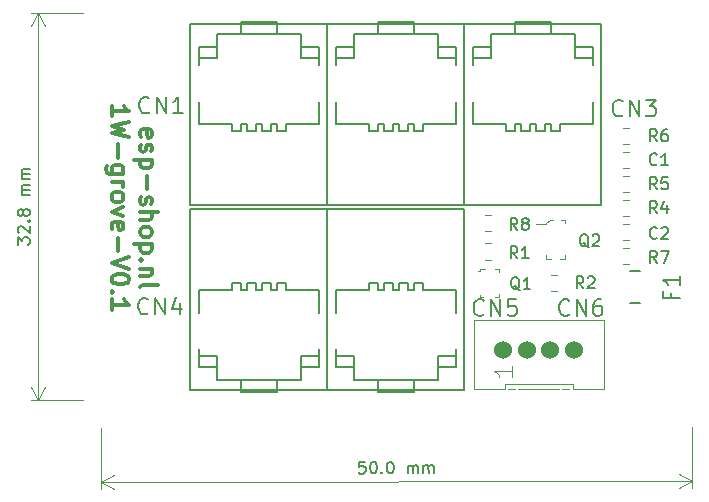
<source format=gto>
G04 #@! TF.GenerationSoftware,KiCad,Pcbnew,6.0.5-a6ca702e91~116~ubuntu20.04.1*
G04 #@! TF.CreationDate,2022-05-16T19:37:38+02:00*
G04 #@! TF.ProjectId,1w-grove-v0.1,31772d67-726f-4766-952d-76302e312e6b,rev?*
G04 #@! TF.SameCoordinates,Original*
G04 #@! TF.FileFunction,Legend,Top*
G04 #@! TF.FilePolarity,Positive*
%FSLAX46Y46*%
G04 Gerber Fmt 4.6, Leading zero omitted, Abs format (unit mm)*
G04 Created by KiCad (PCBNEW 6.0.5-a6ca702e91~116~ubuntu20.04.1) date 2022-05-16 19:37:38*
%MOMM*%
%LPD*%
G01*
G04 APERTURE LIST*
%ADD10C,0.300000*%
%ADD11C,0.150000*%
%ADD12C,0.120000*%
%ADD13C,0.100000*%
%ADD14C,0.203200*%
%ADD15C,0.127000*%
%ADD16C,1.524000*%
G04 APERTURE END LIST*
D10*
X53432357Y-60547999D02*
X53360928Y-60405142D01*
X53360928Y-60119428D01*
X53432357Y-59976571D01*
X53575214Y-59905142D01*
X54146642Y-59905142D01*
X54289500Y-59976571D01*
X54360928Y-60119428D01*
X54360928Y-60405142D01*
X54289500Y-60547999D01*
X54146642Y-60619428D01*
X54003785Y-60619428D01*
X53860928Y-59905142D01*
X53432357Y-61190857D02*
X53360928Y-61333714D01*
X53360928Y-61619428D01*
X53432357Y-61762285D01*
X53575214Y-61833714D01*
X53646642Y-61833714D01*
X53789500Y-61762285D01*
X53860928Y-61619428D01*
X53860928Y-61405142D01*
X53932357Y-61262285D01*
X54075214Y-61190857D01*
X54146642Y-61190857D01*
X54289500Y-61262285D01*
X54360928Y-61405142D01*
X54360928Y-61619428D01*
X54289500Y-61762285D01*
X54360928Y-62476571D02*
X52860928Y-62476571D01*
X54289500Y-62476571D02*
X54360928Y-62619428D01*
X54360928Y-62905142D01*
X54289500Y-63047999D01*
X54218071Y-63119428D01*
X54075214Y-63190857D01*
X53646642Y-63190857D01*
X53503785Y-63119428D01*
X53432357Y-63047999D01*
X53360928Y-62905142D01*
X53360928Y-62619428D01*
X53432357Y-62476571D01*
X53932357Y-63833714D02*
X53932357Y-64976571D01*
X53432357Y-65619428D02*
X53360928Y-65762285D01*
X53360928Y-66048000D01*
X53432357Y-66190857D01*
X53575214Y-66262285D01*
X53646642Y-66262285D01*
X53789500Y-66190857D01*
X53860928Y-66048000D01*
X53860928Y-65833714D01*
X53932357Y-65690857D01*
X54075214Y-65619428D01*
X54146642Y-65619428D01*
X54289500Y-65690857D01*
X54360928Y-65833714D01*
X54360928Y-66048000D01*
X54289500Y-66190857D01*
X53360928Y-66905142D02*
X54860928Y-66905142D01*
X53360928Y-67548000D02*
X54146642Y-67548000D01*
X54289500Y-67476571D01*
X54360928Y-67333714D01*
X54360928Y-67119428D01*
X54289500Y-66976571D01*
X54218071Y-66905142D01*
X53360928Y-68476571D02*
X53432357Y-68333714D01*
X53503785Y-68262285D01*
X53646642Y-68190857D01*
X54075214Y-68190857D01*
X54218071Y-68262285D01*
X54289500Y-68333714D01*
X54360928Y-68476571D01*
X54360928Y-68690857D01*
X54289500Y-68833714D01*
X54218071Y-68905142D01*
X54075214Y-68976571D01*
X53646642Y-68976571D01*
X53503785Y-68905142D01*
X53432357Y-68833714D01*
X53360928Y-68690857D01*
X53360928Y-68476571D01*
X54360928Y-69619428D02*
X52860928Y-69619428D01*
X54289500Y-69619428D02*
X54360928Y-69762285D01*
X54360928Y-70048000D01*
X54289500Y-70190857D01*
X54218071Y-70262285D01*
X54075214Y-70333714D01*
X53646642Y-70333714D01*
X53503785Y-70262285D01*
X53432357Y-70190857D01*
X53360928Y-70048000D01*
X53360928Y-69762285D01*
X53432357Y-69619428D01*
X53503785Y-70976571D02*
X53432357Y-71048000D01*
X53360928Y-70976571D01*
X53432357Y-70905142D01*
X53503785Y-70976571D01*
X53360928Y-70976571D01*
X54360928Y-71690857D02*
X53360928Y-71690857D01*
X54218071Y-71690857D02*
X54289500Y-71762285D01*
X54360928Y-71905142D01*
X54360928Y-72119428D01*
X54289500Y-72262285D01*
X54146642Y-72333714D01*
X53360928Y-72333714D01*
X53360928Y-73262285D02*
X53432357Y-73119428D01*
X53575214Y-73048000D01*
X54860928Y-73048000D01*
X50945928Y-58798000D02*
X50945928Y-57940857D01*
X50945928Y-58369428D02*
X52445928Y-58369428D01*
X52231642Y-58226571D01*
X52088785Y-58083714D01*
X52017357Y-57940857D01*
X52445928Y-59298000D02*
X50945928Y-59655142D01*
X52017357Y-59940857D01*
X50945928Y-60226571D01*
X52445928Y-60583714D01*
X51517357Y-61155142D02*
X51517357Y-62298000D01*
X51945928Y-63655142D02*
X50731642Y-63655142D01*
X50588785Y-63583714D01*
X50517357Y-63512285D01*
X50445928Y-63369428D01*
X50445928Y-63155142D01*
X50517357Y-63012285D01*
X51017357Y-63655142D02*
X50945928Y-63512285D01*
X50945928Y-63226571D01*
X51017357Y-63083714D01*
X51088785Y-63012285D01*
X51231642Y-62940857D01*
X51660214Y-62940857D01*
X51803071Y-63012285D01*
X51874500Y-63083714D01*
X51945928Y-63226571D01*
X51945928Y-63512285D01*
X51874500Y-63655142D01*
X50945928Y-64369428D02*
X51945928Y-64369428D01*
X51660214Y-64369428D02*
X51803071Y-64440857D01*
X51874500Y-64512285D01*
X51945928Y-64655142D01*
X51945928Y-64798000D01*
X50945928Y-65512285D02*
X51017357Y-65369428D01*
X51088785Y-65298000D01*
X51231642Y-65226571D01*
X51660214Y-65226571D01*
X51803071Y-65298000D01*
X51874500Y-65369428D01*
X51945928Y-65512285D01*
X51945928Y-65726571D01*
X51874500Y-65869428D01*
X51803071Y-65940857D01*
X51660214Y-66012285D01*
X51231642Y-66012285D01*
X51088785Y-65940857D01*
X51017357Y-65869428D01*
X50945928Y-65726571D01*
X50945928Y-65512285D01*
X51945928Y-66512285D02*
X50945928Y-66869428D01*
X51945928Y-67226571D01*
X51017357Y-68369428D02*
X50945928Y-68226571D01*
X50945928Y-67940857D01*
X51017357Y-67798000D01*
X51160214Y-67726571D01*
X51731642Y-67726571D01*
X51874500Y-67798000D01*
X51945928Y-67940857D01*
X51945928Y-68226571D01*
X51874500Y-68369428D01*
X51731642Y-68440857D01*
X51588785Y-68440857D01*
X51445928Y-67726571D01*
X51517357Y-69083714D02*
X51517357Y-70226571D01*
X52445928Y-70726571D02*
X50945928Y-71226571D01*
X52445928Y-71726571D01*
X52445928Y-72512285D02*
X52445928Y-72655142D01*
X52374500Y-72798000D01*
X52303071Y-72869428D01*
X52160214Y-72940857D01*
X51874500Y-73012285D01*
X51517357Y-73012285D01*
X51231642Y-72940857D01*
X51088785Y-72869428D01*
X51017357Y-72798000D01*
X50945928Y-72655142D01*
X50945928Y-72512285D01*
X51017357Y-72369428D01*
X51088785Y-72298000D01*
X51231642Y-72226571D01*
X51517357Y-72155142D01*
X51874500Y-72155142D01*
X52160214Y-72226571D01*
X52303071Y-72298000D01*
X52374500Y-72369428D01*
X52445928Y-72512285D01*
X51088785Y-73655142D02*
X51017357Y-73726571D01*
X50945928Y-73655142D01*
X51017357Y-73583714D01*
X51088785Y-73655142D01*
X50945928Y-73655142D01*
X50945928Y-75155142D02*
X50945928Y-74298000D01*
X50945928Y-74726571D02*
X52445928Y-74726571D01*
X52231642Y-74583714D01*
X52088785Y-74440857D01*
X52017357Y-74298000D01*
D11*
X43006380Y-69659095D02*
X43006380Y-69040047D01*
X43387333Y-69373380D01*
X43387333Y-69230523D01*
X43434952Y-69135285D01*
X43482571Y-69087666D01*
X43577809Y-69040047D01*
X43815904Y-69040047D01*
X43911142Y-69087666D01*
X43958761Y-69135285D01*
X44006380Y-69230523D01*
X44006380Y-69516238D01*
X43958761Y-69611476D01*
X43911142Y-69659095D01*
X43101619Y-68659095D02*
X43054000Y-68611476D01*
X43006380Y-68516238D01*
X43006380Y-68278142D01*
X43054000Y-68182904D01*
X43101619Y-68135285D01*
X43196857Y-68087666D01*
X43292095Y-68087666D01*
X43434952Y-68135285D01*
X44006380Y-68706714D01*
X44006380Y-68087666D01*
X43911142Y-67659095D02*
X43958761Y-67611476D01*
X44006380Y-67659095D01*
X43958761Y-67706714D01*
X43911142Y-67659095D01*
X44006380Y-67659095D01*
X43434952Y-67040047D02*
X43387333Y-67135285D01*
X43339714Y-67182904D01*
X43244476Y-67230523D01*
X43196857Y-67230523D01*
X43101619Y-67182904D01*
X43054000Y-67135285D01*
X43006380Y-67040047D01*
X43006380Y-66849571D01*
X43054000Y-66754333D01*
X43101619Y-66706714D01*
X43196857Y-66659095D01*
X43244476Y-66659095D01*
X43339714Y-66706714D01*
X43387333Y-66754333D01*
X43434952Y-66849571D01*
X43434952Y-67040047D01*
X43482571Y-67135285D01*
X43530190Y-67182904D01*
X43625428Y-67230523D01*
X43815904Y-67230523D01*
X43911142Y-67182904D01*
X43958761Y-67135285D01*
X44006380Y-67040047D01*
X44006380Y-66849571D01*
X43958761Y-66754333D01*
X43911142Y-66706714D01*
X43815904Y-66659095D01*
X43625428Y-66659095D01*
X43530190Y-66706714D01*
X43482571Y-66754333D01*
X43434952Y-66849571D01*
X44006380Y-65468619D02*
X43339714Y-65468619D01*
X43434952Y-65468619D02*
X43387333Y-65421000D01*
X43339714Y-65325761D01*
X43339714Y-65182904D01*
X43387333Y-65087666D01*
X43482571Y-65040047D01*
X44006380Y-65040047D01*
X43482571Y-65040047D02*
X43387333Y-64992428D01*
X43339714Y-64897190D01*
X43339714Y-64754333D01*
X43387333Y-64659095D01*
X43482571Y-64611476D01*
X44006380Y-64611476D01*
X44006380Y-64135285D02*
X43339714Y-64135285D01*
X43434952Y-64135285D02*
X43387333Y-64087666D01*
X43339714Y-63992428D01*
X43339714Y-63849571D01*
X43387333Y-63754333D01*
X43482571Y-63706714D01*
X44006380Y-63706714D01*
X43482571Y-63706714D02*
X43387333Y-63659095D01*
X43339714Y-63563857D01*
X43339714Y-63421000D01*
X43387333Y-63325761D01*
X43482571Y-63278142D01*
X44006380Y-63278142D01*
D12*
X48514000Y-82804000D02*
X44117580Y-82804000D01*
X48514000Y-50038000D02*
X44117580Y-50038000D01*
X44704000Y-82804000D02*
X44704000Y-50038000D01*
X44704000Y-82804000D02*
X44704000Y-50038000D01*
X44704000Y-82804000D02*
X45290421Y-81677496D01*
X44704000Y-82804000D02*
X44117579Y-81677496D01*
X44704000Y-50038000D02*
X44117579Y-51164504D01*
X44704000Y-50038000D02*
X45290421Y-51164504D01*
D11*
X72397637Y-88034643D02*
X71921449Y-88035851D01*
X71875038Y-88512161D01*
X71922536Y-88464422D01*
X72017653Y-88416561D01*
X72255748Y-88415957D01*
X72351106Y-88463334D01*
X72398846Y-88510832D01*
X72446707Y-88605949D01*
X72447311Y-88844043D01*
X72399934Y-88939402D01*
X72352436Y-88987142D01*
X72257319Y-89035002D01*
X72019225Y-89035607D01*
X71923866Y-88988229D01*
X71876126Y-88940731D01*
X73064302Y-88032951D02*
X73159540Y-88032709D01*
X73254898Y-88080086D01*
X73302638Y-88127584D01*
X73350499Y-88222701D01*
X73398601Y-88413056D01*
X73399206Y-88651150D01*
X73352070Y-88841747D01*
X73304693Y-88937105D01*
X73257195Y-88984845D01*
X73162078Y-89032706D01*
X73066840Y-89032947D01*
X72971482Y-88985570D01*
X72923742Y-88938072D01*
X72875881Y-88842955D01*
X72827779Y-88652601D01*
X72827174Y-88414506D01*
X72874310Y-88223910D01*
X72921687Y-88128551D01*
X72969185Y-88080811D01*
X73064302Y-88032951D01*
X73828501Y-88935776D02*
X73876241Y-88983274D01*
X73828742Y-89031014D01*
X73781003Y-88983516D01*
X73828501Y-88935776D01*
X73828742Y-89031014D01*
X74492869Y-88029325D02*
X74588107Y-88029083D01*
X74683465Y-88076460D01*
X74731205Y-88123958D01*
X74779066Y-88219075D01*
X74827168Y-88409430D01*
X74827772Y-88647524D01*
X74780637Y-88838121D01*
X74733260Y-88933479D01*
X74685762Y-88981219D01*
X74590645Y-89029080D01*
X74495407Y-89029321D01*
X74400048Y-88981944D01*
X74352309Y-88934446D01*
X74304448Y-88839329D01*
X74256346Y-88648975D01*
X74255741Y-88410880D01*
X74302877Y-88220284D01*
X74350254Y-88124925D01*
X74397752Y-88077185D01*
X74492869Y-88029325D01*
X76019212Y-89025454D02*
X76017519Y-88358789D01*
X76017761Y-88454027D02*
X76065259Y-88406287D01*
X76160376Y-88358427D01*
X76303233Y-88358064D01*
X76398592Y-88405441D01*
X76446452Y-88500558D01*
X76447782Y-89024366D01*
X76446452Y-88500558D02*
X76493829Y-88405199D01*
X76588946Y-88357339D01*
X76731803Y-88356976D01*
X76827162Y-88404353D01*
X76875022Y-88499470D01*
X76876352Y-89023278D01*
X77352541Y-89022069D02*
X77350849Y-88355405D01*
X77351090Y-88450643D02*
X77398588Y-88402903D01*
X77493705Y-88355042D01*
X77636562Y-88354680D01*
X77731921Y-88402057D01*
X77779781Y-88497174D01*
X77781111Y-89020982D01*
X77779781Y-88497174D02*
X77827158Y-88401815D01*
X77922275Y-88353954D01*
X78065132Y-88353592D01*
X78160491Y-88400969D01*
X78208351Y-88496086D01*
X78209681Y-89019894D01*
D12*
X100076000Y-85090000D02*
X100089093Y-90248402D01*
X50038000Y-85217008D02*
X50051093Y-90375410D01*
X100087605Y-89661984D02*
X50049605Y-89788992D01*
X100087605Y-89661984D02*
X50049605Y-89788992D01*
X100087605Y-89661984D02*
X98959616Y-89078424D01*
X100087605Y-89661984D02*
X98962593Y-90251262D01*
X50049605Y-89788992D02*
X51177594Y-90372552D01*
X50049605Y-89788992D02*
X51174617Y-89199714D01*
D11*
X97115333Y-62841142D02*
X97067714Y-62888761D01*
X96924857Y-62936380D01*
X96829619Y-62936380D01*
X96686761Y-62888761D01*
X96591523Y-62793523D01*
X96543904Y-62698285D01*
X96496285Y-62507809D01*
X96496285Y-62364952D01*
X96543904Y-62174476D01*
X96591523Y-62079238D01*
X96686761Y-61984000D01*
X96829619Y-61936380D01*
X96924857Y-61936380D01*
X97067714Y-61984000D01*
X97115333Y-62031619D01*
X98067714Y-62936380D02*
X97496285Y-62936380D01*
X97782000Y-62936380D02*
X97782000Y-61936380D01*
X97686761Y-62079238D01*
X97591523Y-62174476D01*
X97496285Y-62222095D01*
X97115333Y-69064142D02*
X97067714Y-69111761D01*
X96924857Y-69159380D01*
X96829619Y-69159380D01*
X96686761Y-69111761D01*
X96591523Y-69016523D01*
X96543904Y-68921285D01*
X96496285Y-68730809D01*
X96496285Y-68587952D01*
X96543904Y-68397476D01*
X96591523Y-68302238D01*
X96686761Y-68207000D01*
X96829619Y-68159380D01*
X96924857Y-68159380D01*
X97067714Y-68207000D01*
X97115333Y-68254619D01*
X97496285Y-68254619D02*
X97543904Y-68207000D01*
X97639142Y-68159380D01*
X97877238Y-68159380D01*
X97972476Y-68207000D01*
X98020095Y-68254619D01*
X98067714Y-68349857D01*
X98067714Y-68445095D01*
X98020095Y-68587952D01*
X97448666Y-69159380D01*
X98067714Y-69159380D01*
X85502761Y-73511619D02*
X85407523Y-73464000D01*
X85312285Y-73368761D01*
X85169428Y-73225904D01*
X85074190Y-73178285D01*
X84978952Y-73178285D01*
X85026571Y-73416380D02*
X84931333Y-73368761D01*
X84836095Y-73273523D01*
X84788476Y-73083047D01*
X84788476Y-72749714D01*
X84836095Y-72559238D01*
X84931333Y-72464000D01*
X85026571Y-72416380D01*
X85217047Y-72416380D01*
X85312285Y-72464000D01*
X85407523Y-72559238D01*
X85455142Y-72749714D01*
X85455142Y-73083047D01*
X85407523Y-73273523D01*
X85312285Y-73368761D01*
X85217047Y-73416380D01*
X85026571Y-73416380D01*
X86407523Y-73416380D02*
X85836095Y-73416380D01*
X86121809Y-73416380D02*
X86121809Y-72416380D01*
X86026571Y-72559238D01*
X85931333Y-72654476D01*
X85836095Y-72702095D01*
X91344761Y-69889619D02*
X91249523Y-69842000D01*
X91154285Y-69746761D01*
X91011428Y-69603904D01*
X90916190Y-69556285D01*
X90820952Y-69556285D01*
X90868571Y-69794380D02*
X90773333Y-69746761D01*
X90678095Y-69651523D01*
X90630476Y-69461047D01*
X90630476Y-69127714D01*
X90678095Y-68937238D01*
X90773333Y-68842000D01*
X90868571Y-68794380D01*
X91059047Y-68794380D01*
X91154285Y-68842000D01*
X91249523Y-68937238D01*
X91297142Y-69127714D01*
X91297142Y-69461047D01*
X91249523Y-69651523D01*
X91154285Y-69746761D01*
X91059047Y-69794380D01*
X90868571Y-69794380D01*
X91678095Y-68889619D02*
X91725714Y-68842000D01*
X91820952Y-68794380D01*
X92059047Y-68794380D01*
X92154285Y-68842000D01*
X92201904Y-68889619D01*
X92249523Y-68984857D01*
X92249523Y-69080095D01*
X92201904Y-69222952D01*
X91630476Y-69794380D01*
X92249523Y-69794380D01*
X85304333Y-70810380D02*
X84971000Y-70334190D01*
X84732904Y-70810380D02*
X84732904Y-69810380D01*
X85113857Y-69810380D01*
X85209095Y-69858000D01*
X85256714Y-69905619D01*
X85304333Y-70000857D01*
X85304333Y-70143714D01*
X85256714Y-70238952D01*
X85209095Y-70286571D01*
X85113857Y-70334190D01*
X84732904Y-70334190D01*
X86256714Y-70810380D02*
X85685285Y-70810380D01*
X85971000Y-70810380D02*
X85971000Y-69810380D01*
X85875761Y-69953238D01*
X85780523Y-70048476D01*
X85685285Y-70096095D01*
X90892333Y-73350380D02*
X90559000Y-72874190D01*
X90320904Y-73350380D02*
X90320904Y-72350380D01*
X90701857Y-72350380D01*
X90797095Y-72398000D01*
X90844714Y-72445619D01*
X90892333Y-72540857D01*
X90892333Y-72683714D01*
X90844714Y-72778952D01*
X90797095Y-72826571D01*
X90701857Y-72874190D01*
X90320904Y-72874190D01*
X91273285Y-72445619D02*
X91320904Y-72398000D01*
X91416142Y-72350380D01*
X91654238Y-72350380D01*
X91749476Y-72398000D01*
X91797095Y-72445619D01*
X91844714Y-72540857D01*
X91844714Y-72636095D01*
X91797095Y-72778952D01*
X91225666Y-73350380D01*
X91844714Y-73350380D01*
X97115333Y-67000380D02*
X96782000Y-66524190D01*
X96543904Y-67000380D02*
X96543904Y-66000380D01*
X96924857Y-66000380D01*
X97020095Y-66048000D01*
X97067714Y-66095619D01*
X97115333Y-66190857D01*
X97115333Y-66333714D01*
X97067714Y-66428952D01*
X97020095Y-66476571D01*
X96924857Y-66524190D01*
X96543904Y-66524190D01*
X97972476Y-66333714D02*
X97972476Y-67000380D01*
X97734380Y-65952761D02*
X97496285Y-66667047D01*
X98115333Y-66667047D01*
X97115333Y-64968380D02*
X96782000Y-64492190D01*
X96543904Y-64968380D02*
X96543904Y-63968380D01*
X96924857Y-63968380D01*
X97020095Y-64016000D01*
X97067714Y-64063619D01*
X97115333Y-64158857D01*
X97115333Y-64301714D01*
X97067714Y-64396952D01*
X97020095Y-64444571D01*
X96924857Y-64492190D01*
X96543904Y-64492190D01*
X98020095Y-63968380D02*
X97543904Y-63968380D01*
X97496285Y-64444571D01*
X97543904Y-64396952D01*
X97639142Y-64349333D01*
X97877238Y-64349333D01*
X97972476Y-64396952D01*
X98020095Y-64444571D01*
X98067714Y-64539809D01*
X98067714Y-64777904D01*
X98020095Y-64873142D01*
X97972476Y-64920761D01*
X97877238Y-64968380D01*
X97639142Y-64968380D01*
X97543904Y-64920761D01*
X97496285Y-64873142D01*
X97115333Y-60904380D02*
X96782000Y-60428190D01*
X96543904Y-60904380D02*
X96543904Y-59904380D01*
X96924857Y-59904380D01*
X97020095Y-59952000D01*
X97067714Y-59999619D01*
X97115333Y-60094857D01*
X97115333Y-60237714D01*
X97067714Y-60332952D01*
X97020095Y-60380571D01*
X96924857Y-60428190D01*
X96543904Y-60428190D01*
X97972476Y-59904380D02*
X97782000Y-59904380D01*
X97686761Y-59952000D01*
X97639142Y-59999619D01*
X97543904Y-60142476D01*
X97496285Y-60332952D01*
X97496285Y-60713904D01*
X97543904Y-60809142D01*
X97591523Y-60856761D01*
X97686761Y-60904380D01*
X97877238Y-60904380D01*
X97972476Y-60856761D01*
X98020095Y-60809142D01*
X98067714Y-60713904D01*
X98067714Y-60475809D01*
X98020095Y-60380571D01*
X97972476Y-60332952D01*
X97877238Y-60285333D01*
X97686761Y-60285333D01*
X97591523Y-60332952D01*
X97543904Y-60380571D01*
X97496285Y-60475809D01*
X85304333Y-68397380D02*
X84971000Y-67921190D01*
X84732904Y-68397380D02*
X84732904Y-67397380D01*
X85113857Y-67397380D01*
X85209095Y-67445000D01*
X85256714Y-67492619D01*
X85304333Y-67587857D01*
X85304333Y-67730714D01*
X85256714Y-67825952D01*
X85209095Y-67873571D01*
X85113857Y-67921190D01*
X84732904Y-67921190D01*
X85875761Y-67825952D02*
X85780523Y-67778333D01*
X85732904Y-67730714D01*
X85685285Y-67635476D01*
X85685285Y-67587857D01*
X85732904Y-67492619D01*
X85780523Y-67445000D01*
X85875761Y-67397380D01*
X86066238Y-67397380D01*
X86161476Y-67445000D01*
X86209095Y-67492619D01*
X86256714Y-67587857D01*
X86256714Y-67635476D01*
X86209095Y-67730714D01*
X86161476Y-67778333D01*
X86066238Y-67825952D01*
X85875761Y-67825952D01*
X85780523Y-67873571D01*
X85732904Y-67921190D01*
X85685285Y-68016428D01*
X85685285Y-68206904D01*
X85732904Y-68302142D01*
X85780523Y-68349761D01*
X85875761Y-68397380D01*
X86066238Y-68397380D01*
X86161476Y-68349761D01*
X86209095Y-68302142D01*
X86256714Y-68206904D01*
X86256714Y-68016428D01*
X86209095Y-67921190D01*
X86161476Y-67873571D01*
X86066238Y-67825952D01*
X94229490Y-58666435D02*
X94162766Y-58733160D01*
X93962591Y-58799885D01*
X93829142Y-58799885D01*
X93628968Y-58733160D01*
X93495518Y-58599710D01*
X93428793Y-58466261D01*
X93362069Y-58199362D01*
X93362069Y-57999188D01*
X93428793Y-57732289D01*
X93495518Y-57598839D01*
X93628968Y-57465390D01*
X93829142Y-57398665D01*
X93962591Y-57398665D01*
X94162766Y-57465390D01*
X94229490Y-57532114D01*
X94830013Y-58799885D02*
X94830013Y-57398665D01*
X95630710Y-58799885D01*
X95630710Y-57398665D01*
X96164509Y-57398665D02*
X97031930Y-57398665D01*
X96564857Y-57932463D01*
X96765031Y-57932463D01*
X96898481Y-57999188D01*
X96965206Y-58065912D01*
X97031930Y-58199362D01*
X97031930Y-58532986D01*
X96965206Y-58666435D01*
X96898481Y-58733160D01*
X96765031Y-58799885D01*
X96364683Y-58799885D01*
X96231233Y-58733160D01*
X96164509Y-58666435D01*
X54050490Y-75430435D02*
X53983766Y-75497160D01*
X53783591Y-75563885D01*
X53650142Y-75563885D01*
X53449968Y-75497160D01*
X53316518Y-75363710D01*
X53249793Y-75230261D01*
X53183069Y-74963362D01*
X53183069Y-74763188D01*
X53249793Y-74496289D01*
X53316518Y-74362839D01*
X53449968Y-74229390D01*
X53650142Y-74162665D01*
X53783591Y-74162665D01*
X53983766Y-74229390D01*
X54050490Y-74296114D01*
X54651013Y-75563885D02*
X54651013Y-74162665D01*
X55451710Y-75563885D01*
X55451710Y-74162665D01*
X56719481Y-74629738D02*
X56719481Y-75563885D01*
X56385857Y-74095940D02*
X56052233Y-75096811D01*
X56919655Y-75096811D01*
X98325000Y-73745666D02*
X98325000Y-74212333D01*
X99058333Y-74212333D02*
X97658333Y-74212333D01*
X97658333Y-73545666D01*
X99058333Y-72279000D02*
X99058333Y-73079000D01*
X99058333Y-72679000D02*
X97658333Y-72679000D01*
X97858333Y-72812333D01*
X97991666Y-72945666D01*
X98058333Y-73079000D01*
X54150490Y-58412435D02*
X54083766Y-58479160D01*
X53883591Y-58545885D01*
X53750142Y-58545885D01*
X53549968Y-58479160D01*
X53416518Y-58345710D01*
X53349793Y-58212261D01*
X53283069Y-57945362D01*
X53283069Y-57745188D01*
X53349793Y-57478289D01*
X53416518Y-57344839D01*
X53549968Y-57211390D01*
X53750142Y-57144665D01*
X53883591Y-57144665D01*
X54083766Y-57211390D01*
X54150490Y-57278114D01*
X54751013Y-58545885D02*
X54751013Y-57144665D01*
X55551710Y-58545885D01*
X55551710Y-57144665D01*
X56952930Y-58545885D02*
X56152233Y-58545885D01*
X56552582Y-58545885D02*
X56552582Y-57144665D01*
X56419132Y-57344839D01*
X56285683Y-57478289D01*
X56152233Y-57545013D01*
X89711333Y-75557000D02*
X89644666Y-75623666D01*
X89444666Y-75690333D01*
X89311333Y-75690333D01*
X89111333Y-75623666D01*
X88978000Y-75490333D01*
X88911333Y-75357000D01*
X88844666Y-75090333D01*
X88844666Y-74890333D01*
X88911333Y-74623666D01*
X88978000Y-74490333D01*
X89111333Y-74357000D01*
X89311333Y-74290333D01*
X89444666Y-74290333D01*
X89644666Y-74357000D01*
X89711333Y-74423666D01*
X90311333Y-75690333D02*
X90311333Y-74290333D01*
X91111333Y-75690333D01*
X91111333Y-74290333D01*
X92378000Y-74290333D02*
X92111333Y-74290333D01*
X91978000Y-74357000D01*
X91911333Y-74423666D01*
X91778000Y-74623666D01*
X91711333Y-74890333D01*
X91711333Y-75423666D01*
X91778000Y-75557000D01*
X91844666Y-75623666D01*
X91978000Y-75690333D01*
X92244666Y-75690333D01*
X92378000Y-75623666D01*
X92444666Y-75557000D01*
X92511333Y-75423666D01*
X92511333Y-75090333D01*
X92444666Y-74957000D01*
X92378000Y-74890333D01*
X92244666Y-74823666D01*
X91978000Y-74823666D01*
X91844666Y-74890333D01*
X91778000Y-74957000D01*
X91711333Y-75090333D01*
D12*
X84850571Y-79965428D02*
X84850571Y-80822571D01*
X84850571Y-80394000D02*
X83350571Y-80394000D01*
X83564857Y-80536857D01*
X83707714Y-80679714D01*
X83779142Y-80822571D01*
D11*
X97115333Y-71191380D02*
X96782000Y-70715190D01*
X96543904Y-71191380D02*
X96543904Y-70191380D01*
X96924857Y-70191380D01*
X97020095Y-70239000D01*
X97067714Y-70286619D01*
X97115333Y-70381857D01*
X97115333Y-70524714D01*
X97067714Y-70619952D01*
X97020095Y-70667571D01*
X96924857Y-70715190D01*
X96543904Y-70715190D01*
X97448666Y-70191380D02*
X98115333Y-70191380D01*
X97686761Y-71191380D01*
X82471490Y-75557435D02*
X82404766Y-75624160D01*
X82204591Y-75690885D01*
X82071142Y-75690885D01*
X81870968Y-75624160D01*
X81737518Y-75490710D01*
X81670793Y-75357261D01*
X81604069Y-75090362D01*
X81604069Y-74890188D01*
X81670793Y-74623289D01*
X81737518Y-74489839D01*
X81870968Y-74356390D01*
X82071142Y-74289665D01*
X82204591Y-74289665D01*
X82404766Y-74356390D01*
X82471490Y-74423114D01*
X83072013Y-75690885D02*
X83072013Y-74289665D01*
X83872710Y-75690885D01*
X83872710Y-74289665D01*
X85207206Y-74289665D02*
X84539958Y-74289665D01*
X84473233Y-74956912D01*
X84539958Y-74890188D01*
X84673408Y-74823463D01*
X85007031Y-74823463D01*
X85140481Y-74890188D01*
X85207206Y-74956912D01*
X85273930Y-75090362D01*
X85273930Y-75423986D01*
X85207206Y-75557435D01*
X85140481Y-75624160D01*
X85007031Y-75690885D01*
X84673408Y-75690885D01*
X84539958Y-75624160D01*
X84473233Y-75557435D01*
D12*
X94746578Y-61774000D02*
X94229422Y-61774000D01*
X94746578Y-63194000D02*
X94229422Y-63194000D01*
X94229422Y-69290000D02*
X94746578Y-69290000D01*
X94229422Y-67870000D02*
X94746578Y-67870000D01*
D13*
X82131000Y-71698000D02*
X82131000Y-71898000D01*
X83731000Y-71698000D02*
X83731000Y-71998000D01*
X83731000Y-74098000D02*
X83731000Y-73798000D01*
X82131000Y-71898000D02*
X81931000Y-71898000D01*
X82131000Y-74098000D02*
X82431000Y-74098000D01*
X82131000Y-73898000D02*
X82131000Y-74098000D01*
X83431000Y-74098000D02*
X83731000Y-74098000D01*
X83431000Y-71698000D02*
X83731000Y-71698000D01*
X82531000Y-71698000D02*
X82131000Y-71698000D01*
X88344000Y-67565000D02*
X88069000Y-67565000D01*
X88969000Y-67565000D02*
X89344000Y-67565000D01*
X87694000Y-70865000D02*
X87694000Y-70515000D01*
X87694000Y-67890000D02*
X86919000Y-67890000D01*
X88069000Y-67565000D02*
X87694000Y-67840000D01*
X89344000Y-70865000D02*
X88894000Y-70865000D01*
X89344000Y-70640000D02*
X89344000Y-70515000D01*
X89344000Y-67565000D02*
X89344000Y-67865000D01*
X89344000Y-70565000D02*
X89344000Y-70865000D01*
X87694000Y-67840000D02*
X87694000Y-67890000D01*
X88169000Y-70865000D02*
X87694000Y-70865000D01*
D12*
X82545422Y-69521000D02*
X83062578Y-69521000D01*
X82545422Y-70941000D02*
X83062578Y-70941000D01*
X88133422Y-72188000D02*
X88650578Y-72188000D01*
X88133422Y-73608000D02*
X88650578Y-73608000D01*
X94229422Y-67258000D02*
X94746578Y-67258000D01*
X94229422Y-65838000D02*
X94746578Y-65838000D01*
X94229422Y-65226000D02*
X94746578Y-65226000D01*
X94229422Y-63806000D02*
X94746578Y-63806000D01*
X94746578Y-59742000D02*
X94229422Y-59742000D01*
X94746578Y-61162000D02*
X94229422Y-61162000D01*
X83062578Y-67108000D02*
X82545422Y-67108000D01*
X83062578Y-68528000D02*
X82545422Y-68528000D01*
D14*
X69920000Y-52959000D02*
X69920000Y-53848000D01*
X80080000Y-53848000D02*
X80080000Y-52959000D01*
X69200000Y-50996000D02*
X69200000Y-66296000D01*
X80800000Y-50996000D02*
X69200000Y-50996000D01*
X80080000Y-54446000D02*
X80080000Y-53848000D01*
X69920000Y-57546000D02*
X69920000Y-59436000D01*
X71444000Y-52959000D02*
X71444000Y-51816000D01*
X76016000Y-60071000D02*
X76016000Y-59436000D01*
X69920000Y-59436000D02*
X72714000Y-59436000D01*
X69920000Y-53848000D02*
X71444000Y-53848000D01*
X77286000Y-60071000D02*
X77286000Y-59436000D01*
X77286000Y-60071000D02*
X76524000Y-60071000D01*
X69920000Y-52959000D02*
X71444000Y-52959000D01*
X77286000Y-59436000D02*
X80080000Y-59436000D01*
X75254000Y-60071000D02*
X75254000Y-59436000D01*
X78556000Y-52959000D02*
X78556000Y-51816000D01*
X73476000Y-50800000D02*
X73476000Y-51816000D01*
X72714000Y-60071000D02*
X72714000Y-59436000D01*
X73476000Y-60071000D02*
X73476000Y-59436000D01*
X76524000Y-51816000D02*
X76524000Y-50800000D01*
X80080000Y-52959000D02*
X78556000Y-52959000D01*
X80800000Y-66296000D02*
X80800000Y-50996000D01*
X76016000Y-59436000D02*
X76524000Y-59436000D01*
X76524000Y-60071000D02*
X76524000Y-59436000D01*
X80080000Y-53848000D02*
X78556000Y-53848000D01*
X69200000Y-66296000D02*
X80800000Y-66296000D01*
X74746000Y-60071000D02*
X74746000Y-59436000D01*
X78556000Y-53848000D02*
X78556000Y-52959000D01*
X71444000Y-53848000D02*
X71444000Y-52959000D01*
X80080000Y-59436000D02*
X80080000Y-57546000D01*
X73476000Y-51816000D02*
X71444000Y-51816000D01*
X74746000Y-59436000D02*
X75254000Y-59436000D01*
X76524000Y-50800000D02*
X73476000Y-50800000D01*
X74746000Y-60071000D02*
X73984000Y-60071000D01*
X69920000Y-53848000D02*
X69920000Y-54446000D01*
X73984000Y-60071000D02*
X73984000Y-59436000D01*
X73476000Y-59436000D02*
X73984000Y-59436000D01*
X73476000Y-60071000D02*
X72714000Y-60071000D01*
X76524000Y-51816000D02*
X73476000Y-51816000D01*
X76016000Y-60071000D02*
X75254000Y-60071000D01*
X78556000Y-51816000D02*
X76524000Y-51816000D01*
X91680000Y-53848000D02*
X90156000Y-53848000D01*
X92400000Y-50996000D02*
X80800000Y-50996000D01*
X81520000Y-59436000D02*
X84314000Y-59436000D01*
X87616000Y-60071000D02*
X86854000Y-60071000D01*
X80800000Y-50996000D02*
X80800000Y-66296000D01*
X86854000Y-60071000D02*
X86854000Y-59436000D01*
X87616000Y-60071000D02*
X87616000Y-59436000D01*
X88124000Y-51816000D02*
X85076000Y-51816000D01*
X88886000Y-60071000D02*
X88124000Y-60071000D01*
X83044000Y-53848000D02*
X83044000Y-52959000D01*
X92400000Y-66296000D02*
X92400000Y-50996000D01*
X85584000Y-60071000D02*
X85584000Y-59436000D01*
X88124000Y-60071000D02*
X88124000Y-59436000D01*
X91680000Y-59436000D02*
X91680000Y-57546000D01*
X85076000Y-60071000D02*
X85076000Y-59436000D01*
X86346000Y-60071000D02*
X85584000Y-60071000D01*
X88124000Y-50800000D02*
X85076000Y-50800000D01*
X85076000Y-60071000D02*
X84314000Y-60071000D01*
X81520000Y-52959000D02*
X81520000Y-53848000D01*
X84314000Y-60071000D02*
X84314000Y-59436000D01*
X85076000Y-59436000D02*
X85584000Y-59436000D01*
X85076000Y-50800000D02*
X85076000Y-51816000D01*
X81520000Y-53848000D02*
X81520000Y-54446000D01*
X91680000Y-54446000D02*
X91680000Y-53848000D01*
X80800000Y-66296000D02*
X92400000Y-66296000D01*
X81520000Y-53848000D02*
X83044000Y-53848000D01*
X85076000Y-51816000D02*
X83044000Y-51816000D01*
X91680000Y-52959000D02*
X90156000Y-52959000D01*
X88886000Y-59436000D02*
X91680000Y-59436000D01*
X83044000Y-52959000D02*
X83044000Y-51816000D01*
X81520000Y-57546000D02*
X81520000Y-59436000D01*
X86346000Y-60071000D02*
X86346000Y-59436000D01*
X88124000Y-51816000D02*
X88124000Y-50800000D01*
X90156000Y-52959000D02*
X90156000Y-51816000D01*
X88886000Y-60071000D02*
X88886000Y-59436000D01*
X91680000Y-53848000D02*
X91680000Y-52959000D01*
X90156000Y-51816000D02*
X88124000Y-51816000D01*
X81520000Y-52959000D02*
X83044000Y-52959000D01*
X86346000Y-59436000D02*
X86854000Y-59436000D01*
X87616000Y-59436000D02*
X88124000Y-59436000D01*
X90156000Y-53848000D02*
X90156000Y-52959000D01*
X62384000Y-72899000D02*
X62384000Y-73534000D01*
X58320000Y-80011000D02*
X59844000Y-80011000D01*
X65686000Y-72899000D02*
X65686000Y-73534000D01*
X68480000Y-73534000D02*
X65686000Y-73534000D01*
X68480000Y-79122000D02*
X68480000Y-78524000D01*
X58320000Y-79122000D02*
X59844000Y-79122000D01*
X68480000Y-79122000D02*
X66956000Y-79122000D01*
X63654000Y-72899000D02*
X63654000Y-73534000D01*
X64924000Y-82170000D02*
X64924000Y-81154000D01*
X58320000Y-78524000D02*
X58320000Y-79122000D01*
X58320000Y-73534000D02*
X58320000Y-75424000D01*
X59844000Y-80011000D02*
X59844000Y-81154000D01*
X64924000Y-73534000D02*
X64416000Y-73534000D01*
X62384000Y-73534000D02*
X61876000Y-73534000D01*
X66956000Y-80011000D02*
X66956000Y-81154000D01*
X61114000Y-73534000D02*
X58320000Y-73534000D01*
X61114000Y-72899000D02*
X61114000Y-73534000D01*
X61876000Y-82170000D02*
X64924000Y-82170000D01*
X57600000Y-81974000D02*
X69200000Y-81974000D01*
X69200000Y-81974000D02*
X69200000Y-66674000D01*
X64924000Y-72899000D02*
X65686000Y-72899000D01*
X61876000Y-72899000D02*
X61876000Y-73534000D01*
X68480000Y-80011000D02*
X68480000Y-79122000D01*
X61114000Y-72899000D02*
X61876000Y-72899000D01*
X63146000Y-72899000D02*
X63146000Y-73534000D01*
X61876000Y-81154000D02*
X64924000Y-81154000D01*
X66956000Y-79122000D02*
X66956000Y-80011000D01*
X57600000Y-66674000D02*
X57600000Y-81974000D01*
X58320000Y-79122000D02*
X58320000Y-80011000D01*
X69200000Y-66674000D02*
X57600000Y-66674000D01*
X61876000Y-81154000D02*
X61876000Y-82170000D01*
X68480000Y-80011000D02*
X66956000Y-80011000D01*
X63654000Y-72899000D02*
X64416000Y-72899000D01*
X62384000Y-72899000D02*
X63146000Y-72899000D01*
X64924000Y-81154000D02*
X66956000Y-81154000D01*
X59844000Y-81154000D02*
X61876000Y-81154000D01*
X59844000Y-79122000D02*
X59844000Y-80011000D01*
X63654000Y-73534000D02*
X63146000Y-73534000D01*
X64924000Y-72899000D02*
X64924000Y-73534000D01*
X68480000Y-75424000D02*
X68480000Y-73534000D01*
X64416000Y-72899000D02*
X64416000Y-73534000D01*
D15*
X94830000Y-74629000D02*
X95670000Y-74629000D01*
X94830000Y-71929000D02*
X95670000Y-71929000D01*
D14*
X63146000Y-59436000D02*
X63654000Y-59436000D01*
X64416000Y-60071000D02*
X64416000Y-59436000D01*
X68480000Y-59436000D02*
X68480000Y-57546000D01*
X64416000Y-60071000D02*
X63654000Y-60071000D01*
X61876000Y-51816000D02*
X59844000Y-51816000D01*
X61876000Y-60071000D02*
X61114000Y-60071000D01*
X68480000Y-53848000D02*
X68480000Y-52959000D01*
X65686000Y-59436000D02*
X68480000Y-59436000D01*
X68480000Y-52959000D02*
X66956000Y-52959000D01*
X64924000Y-50800000D02*
X61876000Y-50800000D01*
X58320000Y-52959000D02*
X58320000Y-53848000D01*
X59844000Y-53848000D02*
X59844000Y-52959000D01*
X63654000Y-60071000D02*
X63654000Y-59436000D01*
X66956000Y-52959000D02*
X66956000Y-51816000D01*
X64416000Y-59436000D02*
X64924000Y-59436000D01*
X65686000Y-60071000D02*
X65686000Y-59436000D01*
X63146000Y-60071000D02*
X62384000Y-60071000D01*
X64924000Y-60071000D02*
X64924000Y-59436000D01*
X58320000Y-59436000D02*
X61114000Y-59436000D01*
X57600000Y-50996000D02*
X57600000Y-66296000D01*
X63146000Y-60071000D02*
X63146000Y-59436000D01*
X66956000Y-51816000D02*
X64924000Y-51816000D01*
X64924000Y-51816000D02*
X64924000Y-50800000D01*
X58320000Y-52959000D02*
X59844000Y-52959000D01*
X68480000Y-53848000D02*
X66956000Y-53848000D01*
X58320000Y-57546000D02*
X58320000Y-59436000D01*
X57600000Y-66296000D02*
X69200000Y-66296000D01*
X68480000Y-54446000D02*
X68480000Y-53848000D01*
X61876000Y-50800000D02*
X61876000Y-51816000D01*
X58320000Y-53848000D02*
X58320000Y-54446000D01*
X69200000Y-50996000D02*
X57600000Y-50996000D01*
X64924000Y-51816000D02*
X61876000Y-51816000D01*
X59844000Y-52959000D02*
X59844000Y-51816000D01*
X65686000Y-60071000D02*
X64924000Y-60071000D01*
X66956000Y-53848000D02*
X66956000Y-52959000D01*
X62384000Y-60071000D02*
X62384000Y-59436000D01*
X61876000Y-60071000D02*
X61876000Y-59436000D01*
X58320000Y-53848000D02*
X59844000Y-53848000D01*
X69200000Y-66296000D02*
X69200000Y-50996000D01*
X61876000Y-59436000D02*
X62384000Y-59436000D01*
X61114000Y-60071000D02*
X61114000Y-59436000D01*
D12*
X89097000Y-81919000D02*
X89697000Y-81919000D01*
X89997000Y-81919000D02*
X92647000Y-81919000D01*
X81597000Y-81919000D02*
X81597000Y-76069000D01*
X81597000Y-81919000D02*
X84247000Y-81919000D01*
X84497000Y-81919000D02*
X85097000Y-81919000D01*
X81597000Y-76069000D02*
X92647000Y-76069000D01*
X92647000Y-81919000D02*
X92647000Y-76069000D01*
X89997000Y-81469000D02*
X89997000Y-81919000D01*
X84247000Y-81469000D02*
X84247000Y-81919000D01*
X84247000Y-81469000D02*
X89997000Y-81469000D01*
X85347000Y-81919000D02*
X88847000Y-81919000D01*
X94746578Y-69902000D02*
X94229422Y-69902000D01*
X94746578Y-71322000D02*
X94229422Y-71322000D01*
D14*
X73476000Y-81154000D02*
X76524000Y-81154000D01*
X76524000Y-82170000D02*
X76524000Y-81154000D01*
X72714000Y-73534000D02*
X69920000Y-73534000D01*
X75254000Y-72899000D02*
X75254000Y-73534000D01*
X71444000Y-80011000D02*
X71444000Y-81154000D01*
X80080000Y-73534000D02*
X77286000Y-73534000D01*
X77286000Y-72899000D02*
X77286000Y-73534000D01*
X80080000Y-80011000D02*
X78556000Y-80011000D01*
X76524000Y-72899000D02*
X76524000Y-73534000D01*
X69920000Y-79122000D02*
X71444000Y-79122000D01*
X72714000Y-72899000D02*
X72714000Y-73534000D01*
X69920000Y-73534000D02*
X69920000Y-75424000D01*
X78556000Y-79122000D02*
X78556000Y-80011000D01*
X69920000Y-78524000D02*
X69920000Y-79122000D01*
X73476000Y-82170000D02*
X76524000Y-82170000D01*
X69920000Y-80011000D02*
X71444000Y-80011000D01*
X69920000Y-79122000D02*
X69920000Y-80011000D01*
X74746000Y-72899000D02*
X74746000Y-73534000D01*
X78556000Y-80011000D02*
X78556000Y-81154000D01*
X80080000Y-79122000D02*
X78556000Y-79122000D01*
X76016000Y-72899000D02*
X76016000Y-73534000D01*
X73476000Y-72899000D02*
X73476000Y-73534000D01*
X80800000Y-66674000D02*
X69200000Y-66674000D01*
X80080000Y-80011000D02*
X80080000Y-79122000D01*
X76524000Y-72899000D02*
X77286000Y-72899000D01*
X80800000Y-81974000D02*
X80800000Y-66674000D01*
X75254000Y-73534000D02*
X74746000Y-73534000D01*
X75254000Y-72899000D02*
X76016000Y-72899000D01*
X73984000Y-72899000D02*
X73984000Y-73534000D01*
X71444000Y-81154000D02*
X73476000Y-81154000D01*
X76524000Y-73534000D02*
X76016000Y-73534000D01*
X73984000Y-73534000D02*
X73476000Y-73534000D01*
X69200000Y-66674000D02*
X69200000Y-81974000D01*
X71444000Y-79122000D02*
X71444000Y-80011000D01*
X76524000Y-81154000D02*
X78556000Y-81154000D01*
X80080000Y-79122000D02*
X80080000Y-78524000D01*
X69200000Y-81974000D02*
X80800000Y-81974000D01*
X72714000Y-72899000D02*
X73476000Y-72899000D01*
X80080000Y-75424000D02*
X80080000Y-73534000D01*
X73984000Y-72899000D02*
X74746000Y-72899000D01*
X73476000Y-81154000D02*
X73476000Y-82170000D01*
D16*
X84097000Y-78619000D03*
X86097000Y-78619000D03*
X88097000Y-78619000D03*
X90097000Y-78619000D03*
M02*

</source>
